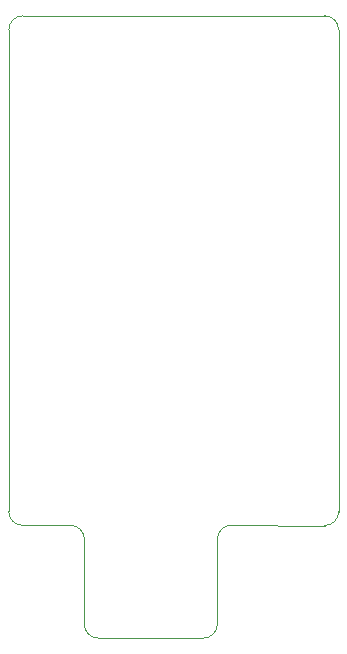
<source format=gbr>
%TF.GenerationSoftware,KiCad,Pcbnew,9.0.4*%
%TF.CreationDate,2025-09-15T16:29:58+02:00*%
%TF.ProjectId,stm32-mcu,73746d33-322d-46d6-9375-2e6b69636164,rev?*%
%TF.SameCoordinates,Original*%
%TF.FileFunction,Profile,NP*%
%FSLAX46Y46*%
G04 Gerber Fmt 4.6, Leading zero omitted, Abs format (unit mm)*
G04 Created by KiCad (PCBNEW 9.0.4) date 2025-09-15 16:29:58*
%MOMM*%
%LPD*%
G01*
G04 APERTURE LIST*
%TA.AperFunction,Profile*%
%ADD10C,0.050000*%
%TD*%
G04 APERTURE END LIST*
D10*
X133184422Y-113936949D02*
X129120727Y-113931953D01*
X145623498Y-122303698D02*
G75*
G02*
X144441920Y-123485325I-1181598J-29D01*
G01*
X134350609Y-122303698D02*
X134366000Y-115112800D01*
X145623498Y-115105349D02*
G75*
G02*
X146809165Y-113919598I1185702J49D01*
G01*
X155889187Y-71976149D02*
X155889934Y-112776000D01*
X127973631Y-71976149D02*
G75*
G02*
X129155209Y-70794531I1181569J49D01*
G01*
X129155209Y-70794594D02*
X154707599Y-70794571D01*
X127945937Y-112755349D02*
X127973631Y-71976149D01*
X145623499Y-115105349D02*
X145623498Y-122303698D01*
X144434690Y-123485276D02*
X135534400Y-123485276D01*
X154698428Y-113950050D02*
X146809165Y-113919598D01*
X154707609Y-70794571D02*
G75*
G02*
X155889129Y-71976149I-9J-1181529D01*
G01*
X129127528Y-113931973D02*
G75*
G02*
X127945927Y-112750395I-28J1181573D01*
G01*
X133184422Y-113936949D02*
G75*
G02*
X134365986Y-115118527I13J-1181551D01*
G01*
X135532187Y-123485276D02*
G75*
G02*
X134350651Y-122303698I13J1181549D01*
G01*
X155889186Y-112768549D02*
G75*
G02*
X154707609Y-113950086I-1181586J49D01*
G01*
M02*

</source>
